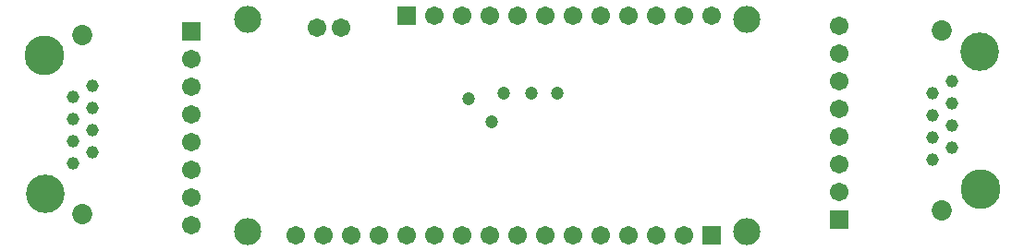
<source format=gbs>
G04 Layer_Color=16711935*
%FSAX25Y25*%
%MOIN*%
G70*
G01*
G75*
%ADD57R,0.06706X0.06706*%
%ADD73C,0.07296*%
%ADD74C,0.13910*%
%ADD75C,0.14304*%
%ADD76C,0.04619*%
%ADD77C,0.06706*%
%ADD78C,0.09800*%
%ADD79R,0.06706X0.06706*%
%ADD80C,0.04737*%
D57*
X0485000Y0376500D02*
D03*
X0375000Y0456000D02*
D03*
D73*
X0257992Y0384291D02*
D03*
Y0449094D02*
D03*
X0568071Y0385709D02*
D03*
Y0450512D02*
D03*
D74*
X0244528Y0391772D02*
D03*
X0581535Y0443032D02*
D03*
D75*
X0244213Y0441614D02*
D03*
X0581850Y0393189D02*
D03*
D76*
X0261496Y0406811D02*
D03*
X0261535Y0414803D02*
D03*
Y0422795D02*
D03*
Y0430787D02*
D03*
X0254488Y0402598D02*
D03*
Y0410591D02*
D03*
Y0418583D02*
D03*
Y0426575D02*
D03*
X0571575Y0408228D02*
D03*
Y0416221D02*
D03*
Y0424213D02*
D03*
Y0432205D02*
D03*
X0564528Y0404016D02*
D03*
Y0412008D02*
D03*
Y0420000D02*
D03*
X0564567Y0427992D02*
D03*
D77*
X0342598Y0451693D02*
D03*
X0351260D02*
D03*
X0297205Y0440158D02*
D03*
Y0430158D02*
D03*
Y0420157D02*
D03*
Y0410157D02*
D03*
Y0400157D02*
D03*
Y0390158D02*
D03*
Y0380157D02*
D03*
X0475000Y0376500D02*
D03*
X0465000D02*
D03*
X0455000D02*
D03*
X0445000D02*
D03*
X0435000D02*
D03*
X0425000D02*
D03*
X0415000D02*
D03*
X0405000D02*
D03*
X0395000D02*
D03*
X0385000D02*
D03*
X0375000D02*
D03*
X0365000D02*
D03*
X0355000D02*
D03*
X0345000D02*
D03*
X0335000D02*
D03*
X0485000Y0456000D02*
D03*
X0475000D02*
D03*
X0465000D02*
D03*
X0455000D02*
D03*
X0445000D02*
D03*
X0435000D02*
D03*
X0425000D02*
D03*
X0415000D02*
D03*
X0405000D02*
D03*
X0395000D02*
D03*
X0385000D02*
D03*
X0530905Y0392205D02*
D03*
Y0402205D02*
D03*
Y0412205D02*
D03*
Y0422205D02*
D03*
Y0432205D02*
D03*
Y0442205D02*
D03*
Y0452205D02*
D03*
D78*
X0317520Y0378150D02*
D03*
X0497480Y0454606D02*
D03*
Y0378150D02*
D03*
X0317500Y0454602D02*
D03*
D79*
X0297205Y0450157D02*
D03*
X0530905Y0382205D02*
D03*
D80*
X0429291Y0427953D02*
D03*
X0419842D02*
D03*
X0410000Y0428031D02*
D03*
X0405433Y0417717D02*
D03*
X0397362Y0425984D02*
D03*
M02*

</source>
